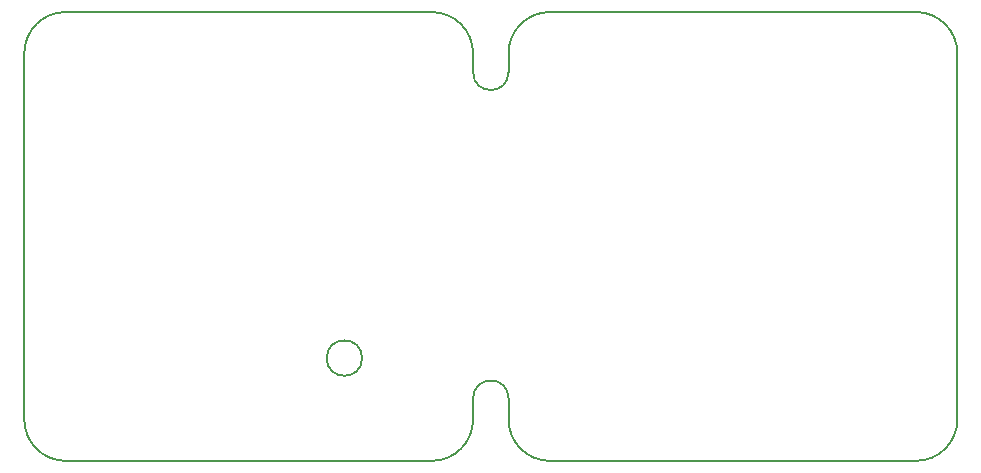
<source format=gbr>
%TF.GenerationSoftware,KiCad,Pcbnew,(5.1.8-0-10_14)*%
%TF.CreationDate,2021-09-02T11:11:12+02:00*%
%TF.ProjectId,ethersweep,65746865-7273-4776-9565-702e6b696361,2.0.1*%
%TF.SameCoordinates,Original*%
%TF.FileFunction,Other,User*%
%FSLAX46Y46*%
G04 Gerber Fmt 4.6, Leading zero omitted, Abs format (unit mm)*
G04 Created by KiCad (PCBNEW (5.1.8-0-10_14)) date 2021-09-02 11:11:12*
%MOMM*%
%LPD*%
G01*
G04 APERTURE LIST*
%TA.AperFunction,Profile*%
%ADD10C,0.150000*%
%TD*%
G04 APERTURE END LIST*
D10*
X221600000Y-26700000D02*
G75*
G02*
X225100000Y-30200000I0J-3500000D01*
G01*
X184100000Y-60700000D02*
X184100000Y-59400000D01*
X187100000Y-31800000D02*
X187100000Y-30700000D01*
X187100000Y-31800000D02*
G75*
G02*
X184100000Y-31800000I-1500000J0D01*
G01*
X187100000Y-61200000D02*
X187100000Y-59400000D01*
X184100000Y-31800000D02*
X184100000Y-30200000D01*
X184100000Y-59400000D02*
G75*
G02*
X187100000Y-59400000I1500000J0D01*
G01*
X184100000Y-61200000D02*
X184100000Y-60700000D01*
X187100000Y-30200000D02*
X187100000Y-30700000D01*
X174700000Y-56000000D02*
G75*
G03*
X174700000Y-56000000I-1500000J0D01*
G01*
X149600000Y-64700000D02*
G75*
G02*
X146100000Y-61200000I0J3500000D01*
G01*
X149600000Y-64700000D02*
X180600000Y-64700000D01*
X190600000Y-26700000D02*
X221600000Y-26700000D01*
X187100000Y-30200000D02*
G75*
G02*
X190600000Y-26700000I3500000J0D01*
G01*
X225100000Y-61200000D02*
G75*
G02*
X221600000Y-64700000I-3500000J0D01*
G01*
X190600000Y-64700000D02*
G75*
G02*
X187100000Y-61200000I0J3500000D01*
G01*
X190600000Y-64700000D02*
X221600000Y-64700000D01*
X225100000Y-61200000D02*
X225100000Y-30200000D01*
X146100000Y-30200000D02*
X146100000Y-61200000D01*
X184100000Y-61200000D02*
G75*
G02*
X180600000Y-64700000I-3500000J0D01*
G01*
X180600000Y-26700000D02*
G75*
G02*
X184100000Y-30200000I0J-3500000D01*
G01*
X146100000Y-30200000D02*
G75*
G02*
X149600000Y-26700000I3500000J0D01*
G01*
X180600000Y-26700000D02*
X149600000Y-26700000D01*
M02*

</source>
